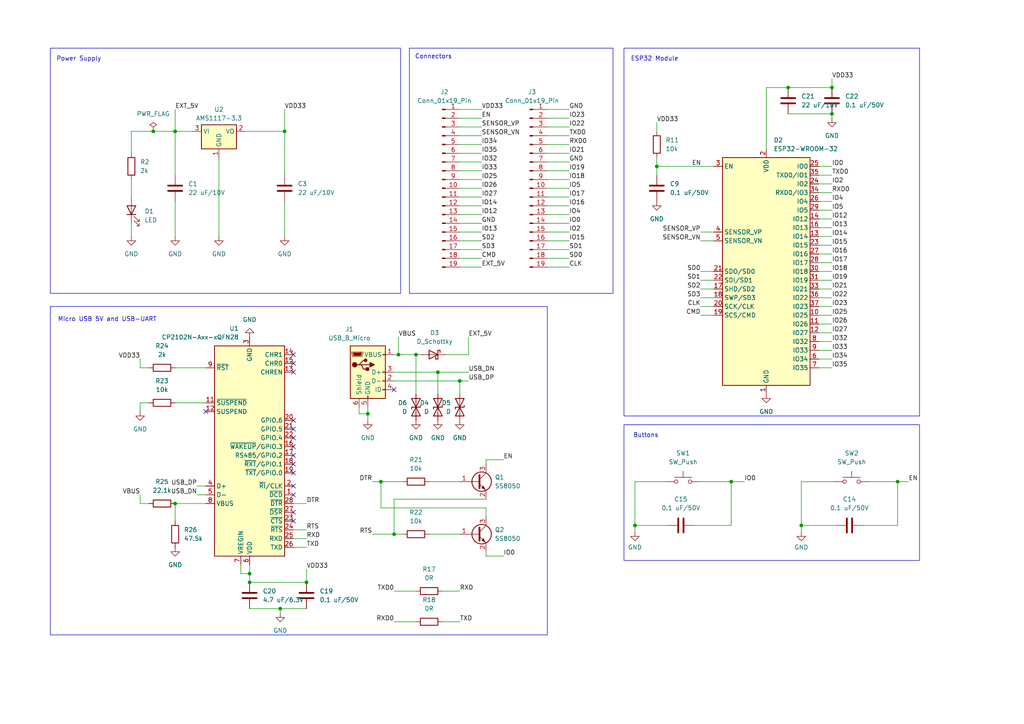
<source format=kicad_sch>
(kicad_sch (version 20250114) (generator "eeschema") (generator_version "9.0")
  (paper "A4")
  (title_block (title "ESP32 Clone") (date "2025-07-10") (rev "${rev_num}") (company "Christopher Boerner") (comment 1 "Copied from Expressif Website") (comment 2 "Completed as apart of KiCad Like a Pro"))
  (lib_symbols
    (symbol "Connector:Conn_01x19_Pin" (pin_names (offset 1.016) (hide yes))
      (property "Reference" "J" (at 0 25.4 0))
      (property "Value" "Conn_01x19_Pin" (at 0 -25.4 0))
      (symbol "Conn_01x19_Pin_1_1"
        (rectangle (start 0.8636 22.987) (end 0 22.733) (stroke (width 0.1524)) (fill (type outline)))
        (rectangle (start 0.8636 20.447) (end 0 20.193) (stroke (width 0.1524)) (fill (type outline)))
        (rectangle (start 0.8636 17.907) (end 0 17.653) (stroke (width 0.1524)) (fill (type outline)))
        (rectangle (start 0.8636 15.367) (end 0 15.113) (stroke (width 0.1524)) (fill (type outline)))
        (rectangle (start 0.8636 12.827) (end 0 12.573) (stroke (width 0.1524)) (fill (type outline)))
        (rectangle (start 0.8636 10.287) (end 0 10.033) (stroke (width 0.1524)) (fill (type outline)))
        (rectangle (start 0.8636 7.747) (end 0 7.493) (stroke (width 0.1524)) (fill (type outline)))
        (rectangle (start 0.8636 5.207) (end 0 4.953) (stroke (width 0.1524)) (fill (type outline)))
        (rectangle (start 0.8636 2.667) (end 0 2.413) (stroke (width 0.1524)) (fill (type outline)))
        (rectangle (start 0.8636 0.127) (end 0 -0.127) (stroke (width 0.1524)) (fill (type outline)))
        (rectangle (start 0.8636 -2.413) (end 0 -2.667) (stroke (width 0.1524)) (fill (type outline)))
        (rectangle (start 0.8636 -4.953) (end 0 -5.207) (stroke (width 0.1524)) (fill (type outline)))
        (rectangle (start 0.8636 -7.493) (end 0 -7.747) (stroke (width 0.1524)) (fill (type outline)))
        (rectangle (start 0.8636 -10.033) (end 0 -10.287) (stroke (width 0.1524)) (fill (type outline)))
        (rectangle (start 0.8636 -12.573) (end 0 -12.827) (stroke (width 0.1524)) (fill (type outline)))
        (rectangle (start 0.8636 -15.113) (end 0 -15.367) (stroke (width 0.1524)) (fill (type outline)))
        (rectangle (start 0.8636 -17.653) (end 0 -17.907) (stroke (width 0.1524)) (fill (type outline)))
        (rectangle (start 0.8636 -20.193) (end 0 -20.447) (stroke (width 0.1524)) (fill (type outline)))
        (rectangle (start 0.8636 -22.733) (end 0 -22.987) (stroke (width 0.1524)) (fill (type outline)))
        (polyline (pts (xy 1.27 22.86) (xy 0.8636 22.86)) (stroke (width 0.1524)))
        (polyline (pts (xy 1.27 20.32) (xy 0.8636 20.32)) (stroke (width 0.1524)))
        (polyline (pts (xy 1.27 17.78) (xy 0.8636 17.78)) (stroke (width 0.1524)))
        (polyline (pts (xy 1.27 15.24) (xy 0.8636 15.24)) (stroke (width 0.1524)))
        (polyline (pts (xy 1.27 12.7) (xy 0.8636 12.7)) (stroke (width 0.1524)))
        (polyline (pts (xy 1.27 10.16) (xy 0.8636 10.16)) (stroke (width 0.1524)))
        (polyline (pts (xy 1.27 7.62) (xy 0.8636 7.62)) (stroke (width 0.1524)))
        (polyline (pts (xy 1.27 5.08) (xy 0.8636 5.08)) (stroke (width 0.1524)))
        (polyline (pts (xy 1.27 2.54) (xy 0.8636 2.54)) (stroke (width 0.1524)))
        (polyline (pts (xy 1.27 0) (xy 0.8636 0)) (stroke (width 0.1524)))
        (polyline (pts (xy 1.27 -2.54) (xy 0.8636 -2.54)) (stroke (width 0.1524)))
        (polyline (pts (xy 1.27 -5.08) (xy 0.8636 -5.08)) (stroke (width 0.1524)))
        (polyline (pts (xy 1.27 -7.62) (xy 0.8636 -7.62)) (stroke (width 0.1524)))
        (polyline (pts (xy 1.27 -10.16) (xy 0.8636 -10.16)) (stroke (width 0.1524)))
        (polyline (pts (xy 1.27 -12.7) (xy 0.8636 -12.7)) (stroke (width 0.1524)))
        (polyline (pts (xy 1.27 -15.24) (xy 0.8636 -15.24)) (stroke (width 0.1524)))
        (polyline (pts (xy 1.27 -17.78) (xy 0.8636 -17.78)) (stroke (width 0.1524)))
        (polyline (pts (xy 1.27 -20.32) (xy 0.8636 -20.32)) (stroke (width 0.1524)))
        (polyline (pts (xy 1.27 -22.86) (xy 0.8636 -22.86)) (stroke (width 0.1524)))
        (pin passive line (at 5.08 22.86 180) (length 3.81) (name "Pin_1") (number "1"))
        (pin passive line (at 5.08 20.32 180) (length 3.81) (name "Pin_2") (number "2"))
        (pin passive line (at 5.08 17.78 180) (length 3.81) (name "Pin_3") (number "3"))
        (pin passive line (at 5.08 15.24 180) (length 3.81) (name "Pin_4") (number "4"))
        (pin passive line (at 5.08 12.7 180) (length 3.81) (name "Pin_5") (number "5"))
        (pin passive line (at 5.08 10.16 180) (length 3.81) (name "Pin_6") (number "6"))
        (pin passive line (at 5.08 7.62 180) (length 3.81) (name "Pin_7") (number "7"))
        (pin passive line (at 5.08 5.08 180) (length 3.81) (name "Pin_8") (number "8"))
        (pin passive line (at 5.08 2.54 180) (length 3.81) (name "Pin_9") (number "9"))
        (pin passive line (at 5.08 0 180) (length 3.81) (name "Pin_10") (number "10"))
        (pin passive line (at 5.08 -2.54 180) (length 3.81) (name "Pin_11") (number "11"))
        (pin passive line (at 5.08 -5.08 180) (length 3.81) (name "Pin_12") (number "12"))
        (pin passive line (at 5.08 -7.62 180) (length 3.81) (name "Pin_13") (number "13"))
        (pin passive line (at 5.08 -10.16 180) (length 3.81) (name "Pin_14") (number "14"))
        (pin passive line (at 5.08 -12.7 180) (length 3.81) (name "Pin_15") (number "15"))
        (pin passive line (at 5.08 -15.24 180) (length 3.81) (name "Pin_16") (number "16"))
        (pin passive line (at 5.08 -17.78 180) (length 3.81) (name "Pin_17") (number "17"))
        (pin passive line (at 5.08 -20.32 180) (length 3.81) (name "Pin_18") (number "18"))
        (pin passive line (at 5.08 -22.86 180) (length 3.81) (name "Pin_19") (number "19"))
      )
    )
    (symbol "Connector:USB_B_Micro" (pin_names (offset 1.016))
      (property "Reference" "J" (at -5.08 11.43 0))
      (property "Value" "USB_B_Micro" (at -5.08 8.89 0))
      (symbol "USB_B_Micro_0_1"
        (rectangle (start -5.08 -7.62) (end 5.08 7.62) (stroke (width 0.254)) (fill (type background)))
        (polyline (pts (xy -4.699 5.842) (xy -4.699 5.588) (xy -4.445 4.826) (xy -4.445 4.572) (xy -1.651 4.572) (xy -1.651 4.826) (xy -1.397 5.588) (xy -1.397 5.842) (xy -4.699 5.842)))
        (polyline (pts (xy -4.318 5.588) (xy -1.778 5.588) (xy -2.032 4.826) (xy -4.064 4.826) (xy -4.318 5.588)) (fill (type outline)))
        (circle (center -3.81 2.159) (radius 0.635) (stroke (width 0.254)) (fill (type outline)))
        (polyline (pts (xy -3.175 2.159) (xy -2.54 2.159) (xy -1.27 3.429) (xy -0.635 3.429)) (stroke (width 0.254)))
        (polyline (pts (xy -2.54 2.159) (xy -1.905 2.159) (xy -1.27 0.889) (xy 0 0.889)) (stroke (width 0.254)))
        (polyline (pts (xy -1.905 2.159) (xy 0.635 2.159)) (stroke (width 0.254)))
        (circle (center -0.635 3.429) (radius 0.381) (stroke (width 0.254)) (fill (type outline)))
        (rectangle (start -0.127 -7.62) (end 0.127 -6.858))
        (rectangle (start 0.254 1.27) (end -0.508 0.508) (stroke (width 0.254)) (fill (type outline)))
        (polyline (pts (xy 0.635 2.794) (xy 0.635 1.524) (xy 1.905 2.159) (xy 0.635 2.794)) (stroke (width 0.254)) (fill (type outline)))
        (rectangle (start 5.08 4.953) (end 4.318 5.207))
        (rectangle (start 5.08 -0.127) (end 4.318 0.127))
        (rectangle (start 5.08 -2.667) (end 4.318 -2.413))
        (rectangle (start 5.08 -5.207) (end 4.318 -4.953))
      )
      (symbol "USB_B_Micro_1_1"
        (pin passive line (at -2.54 -10.16 90) (length 2.54) (name "Shield") (number "6"))
        (pin power_out line (at 0 -10.16 90) (length 2.54) (name "GND") (number "5"))
        (pin power_out line (at 7.62 5.08 180) (length 2.54) (name "VBUS") (number "1"))
        (pin bidirectional line (at 7.62 0 180) (length 2.54) (name "D+") (number "3"))
        (pin bidirectional line (at 7.62 -2.54 180) (length 2.54) (name "D-") (number "2"))
        (pin passive line (at 7.62 -5.08 180) (length 2.54) (name "ID") (number "4"))
      )
    )
    (symbol "Device:C" (pin_numbers (hide yes)) (pin_names (offset 0.254))
      (property "Reference" "C" (at 0.635 2.54 0))
      (property "Value" "C" (at 0.635 -2.54 0))
      (symbol "C_0_1"
        (polyline (pts (xy -2.032 0.762) (xy 2.032 0.762)) (stroke (width 0.508)))
        (polyline (pts (xy -2.032 -0.762) (xy 2.032 -0.762)) (stroke (width 0.508)))
      )
      (symbol "C_1_1"
        (pin passive line (at 0 3.81 270) (length 2.794) (name "~") (number "1"))
        (pin passive line (at 0 -3.81 90) (length 2.794) (name "~") (number "2"))
      )
    )
    (symbol "Device:D_Schottky" (pin_numbers (hide yes)) (pin_names (offset 1.016) (hide yes))
      (property "Reference" "D" (at 0 2.54 0))
      (property "Value" "D_Schottky" (at 0 -2.54 0))
      (symbol "D_Schottky_0_1"
        (polyline (pts (xy -1.905 0.635) (xy -1.905 1.27) (xy -1.27 1.27) (xy -1.27 -1.27) (xy -0.635 -1.27) (xy -0.635 -0.635)) (stroke (width 0.254)))
        (polyline (pts (xy 1.27 1.27) (xy 1.27 -1.27) (xy -1.27 0) (xy 1.27 1.27)) (stroke (width 0.254)))
        (polyline (pts (xy 1.27 0) (xy -1.27 0)))
      )
      (symbol "D_Schottky_1_1"
        (pin passive line (at -3.81 0 0) (length 2.54) (name "K") (number "1"))
        (pin passive line (at 3.81 0 180) (length 2.54) (name "A") (number "2"))
      )
    )
    (symbol "Device:D_TVS" (pin_numbers (hide yes)) (pin_names (offset 1.016) (hide yes))
      (property "Reference" "D" (at 0 2.54 0))
      (property "Value" "D_TVS" (at 0 -2.54 0))
      (symbol "D_TVS_0_1"
        (polyline (pts (xy -2.54 1.27) (xy -2.54 -1.27) (xy 2.54 1.27) (xy 2.54 -1.27) (xy -2.54 1.27)) (stroke (width 0.254)))
        (polyline (pts (xy 0.508 1.27) (xy 0 1.27) (xy 0 -1.27) (xy -0.508 -1.27)) (stroke (width 0.254)))
        (polyline (pts (xy 1.27 0) (xy -1.27 0)))
      )
      (symbol "D_TVS_1_1"
        (pin passive line (at -3.81 0 0) (length 2.54) (name "A1") (number "1"))
        (pin passive line (at 3.81 0 180) (length 2.54) (name "A2") (number "2"))
      )
    )
    (symbol "Device:LED" (pin_numbers (hide yes)) (pin_names (offset 1.016) (hide yes))
      (property "Reference" "D" (at 0 2.54 0))
      (property "Value" "LED" (at 0 -2.54 0))
      (symbol "LED_0_1"
        (polyline (pts (xy -3.048 -0.762) (xy -4.572 -2.286) (xy -3.81 -2.286) (xy -4.572 -2.286) (xy -4.572 -1.524)))
        (polyline (pts (xy -1.778 -0.762) (xy -3.302 -2.286) (xy -2.54 -2.286) (xy -3.302 -2.286) (xy -3.302 -1.524)))
        (polyline (pts (xy -1.27 0) (xy 1.27 0)))
        (polyline (pts (xy -1.27 -1.27) (xy -1.27 1.27)) (stroke (width 0.254)))
        (polyline (pts (xy 1.27 -1.27) (xy 1.27 1.27) (xy -1.27 0) (xy 1.27 -1.27)) (stroke (width 0.254)))
      )
      (symbol "LED_1_1"
        (pin passive line (at -3.81 0 0) (length 2.54) (name "K") (number "1"))
        (pin passive line (at 3.81 0 180) (length 2.54) (name "A") (number "2"))
      )
    )
    (symbol "Device:R" (pin_numbers (hide yes)) (pin_names (offset 0))
      (property "Reference" "R" (at 2.032 0 90))
      (property "Value" "R" (at 0 0 90))
      (symbol "R_0_1"
        (rectangle (start -1.016 -2.54) (end 1.016 2.54) (stroke (width 0.254)))
      )
      (symbol "R_1_1"
        (pin passive line (at 0 3.81 270) (length 1.27) (name "~") (number "1"))
        (pin passive line (at 0 -3.81 90) (length 1.27) (name "~") (number "2"))
      )
    )
    (symbol "Interface_USB:CP2102N-Axx-xQFN28"
      (property "Reference" "U1" (at -3.1181 -35.56 0))
      (property "Value" "CP2102N-Axx-xQFN28" (at -3.1181 -33.02 0))
      (symbol "CP2102N-Axx-xQFN28_0_1"
        (rectangle (start -10.16 30.48) (end 10.16 -30.48) (stroke (width 0.254)) (fill (type background)))
      )
      (symbol "CP2102N-Axx-xQFN28_1_1"
        (pin input line (at -12.7 15.24 0) (length 2.54) (name "VBUS") (number "8"))
        (pin bidirectional line (at -12.7 12.7 0) (length 2.54) (name "D-") (number "5"))
        (pin bidirectional line (at -12.7 10.16 0) (length 2.54) (name "D+") (number "4"))
        (pin output line (at -12.7 -11.43 0) (length 2.54) (name "SUSPEND") (number "12"))
        (pin output line (at -12.7 -13.97 0) (length 2.54) (name "~{SUSPEND}") (number "11"))
        (pin input line (at -12.7 -24.13 0) (length 2.54) (name "~{RST}") (number "9"))
        (pin no_connect line (at -10.16 -27.94 0) (length 2.54) (hide yes) (name "NC") (number "10"))
        (pin power_in line (at -2.54 33.02 270) (length 2.54) (name "VREGIN") (number "7"))
        (pin power_in line (at 0 33.02 270) (length 2.54) (name "VDD") (number "6"))
        (pin passive line (at 0 -33.02 90) (length 2.54) (hide yes) (name "GND") (number "29"))
        (pin power_in line (at 0 -33.02 90) (length 2.54) (name "GND") (number "3"))
        (pin output line (at 12.7 27.94 180) (length 2.54) (name "TXD") (number "26"))
        (pin input line (at 12.7 25.4 180) (length 2.54) (name "RXD") (number "25"))
        (pin output line (at 12.7 22.86 180) (length 2.54) (name "~{RTS}") (number "24"))
        (pin input line (at 12.7 20.32 180) (length 2.54) (name "~{CTS}") (number "23"))
        (pin input line (at 12.7 17.78 180) (length 2.54) (name "~{DSR}") (number "27"))
        (pin output line (at 12.7 15.24 180) (length 2.54) (name "~{DTR}") (number "28"))
        (pin input line (at 12.7 12.7 180) (length 2.54) (name "~{DCD}") (number "1"))
        (pin bidirectional line (at 12.7 10.16 180) (length 2.54) (name "~{RI}/CLK") (number "2"))
        (pin bidirectional line (at 12.7 6.35 180) (length 2.54) (name "~{TXT}/GPIO.0") (number "19"))
        (pin bidirectional line (at 12.7 3.81 180) (length 2.54) (name "~{RXT}/GPIO.1") (number "18"))
        (pin bidirectional line (at 12.7 1.27 180) (length 2.54) (name "RS485/GPIO.2") (number "17"))
        (pin bidirectional line (at 12.7 -1.27 180) (length 2.54) (name "~{WAKEUP}/GPIO.3") (number "16"))
        (pin bidirectional line (at 12.7 -3.81 180) (length 2.54) (name "GPIO.4") (number "22"))
        (pin bidirectional line (at 12.7 -6.35 180) (length 2.54) (name "GPIO.5") (number "21"))
        (pin bidirectional line (at 12.7 -8.89 180) (length 2.54) (name "GPIO.6") (number "20"))
        (pin output line (at 12.7 -22.86 180) (length 2.54) (name "CHREN") (number "13"))
        (pin output line (at 12.7 -25.4 180) (length 2.54) (name "CHR0") (number "15"))
        (pin output line (at 12.7 -27.94 180) (length 2.54) (name "CHR1") (number "14"))
      )
    )
    (symbol "RF_Module:ESP32-WROOM-32"
      (property "Reference" "D2" (at 2.1433 38.1 0))
      (property "Value" "ESP32-WROOM-32" (at 2.1433 35.56 0))
      (symbol "ESP32-WROOM-32_0_1"
        (rectangle (start -12.7 33.02) (end 12.7 -33.02) (stroke (width 0.254)) (fill (type background)))
      )
      (symbol "ESP32-WROOM-32_1_1"
        (pin input line (at -15.24 30.48 0) (length 2.54) (name "EN") (number "3"))
        (pin input line (at -15.24 11.43 0) (length 2.54) (name "SENSOR_VP") (number "4"))
        (pin input line (at -15.24 8.89 0) (length 2.54) (name "SENSOR_VN") (number "5"))
        (pin bidirectional line (at -15.24 0 0) (length 2.54) (name "SDO/SD0") (number "21"))
        (pin bidirectional line (at -15.24 -2.54 0) (length 2.54) (name "SDI/SD1") (number "22"))
        (pin bidirectional line (at -15.24 -5.08 0) (length 2.54) (name "SHD/SD2") (number "17"))
        (pin bidirectional line (at -15.24 -7.62 0) (length 2.54) (name "SWP/SD3") (number "18"))
        (pin bidirectional line (at -15.24 -10.16 0) (length 2.54) (name "SCK/CLK") (number "20"))
        (pin bidirectional line (at -15.24 -12.7 0) (length 2.54) (name "SCS/CMD") (number "19"))
        (pin no_connect line (at -12.7 -27.94 0) (length 2.54) (hide yes) (name "NC") (number "32"))
        (pin power_in line (at 0 35.56 270) (length 2.54) (name "VDD") (number "2"))
        (pin power_in line (at 0 -35.56 90) (length 2.54) (name "GND") (number "1"))
        (pin passive line (at 0 -35.56 90) (length 2.54) (hide yes) (name "GND") (number "15"))
        (pin passive line (at 0 -35.56 90) (length 2.54) (hide yes) (name "GND") (number "38"))
        (pin passive line (at 0 -35.56 90) (length 2.54) (hide yes) (name "GND") (number "39"))
        (pin bidirectional line (at 15.24 30.48 180) (length 2.54) (name "IO0") (number "25"))
        (pin bidirectional line (at 15.24 27.94 180) (length 2.54) (name "TXD0/IO1") (number "35"))
        (pin bidirectional line (at 15.24 25.4 180) (length 2.54) (name "IO2") (number "24"))
        (pin bidirectional line (at 15.24 22.86 180) (length 2.54) (name "RXD0/IO3") (number "34"))
        (pin bidirectional line (at 15.24 20.32 180) (length 2.54) (name "IO4") (number "26"))
        (pin bidirectional line (at 15.24 17.78 180) (length 2.54) (name "IO5") (number "29"))
        (pin bidirectional line (at 15.24 15.24 180) (length 2.54) (name "IO12") (number "14"))
        (pin bidirectional line (at 15.24 12.7 180) (length 2.54) (name "IO13") (number "16"))
        (pin bidirectional line (at 15.24 10.16 180) (length 2.54) (name "IO14") (number "13"))
        (pin bidirectional line (at 15.24 7.62 180) (length 2.54) (name "IO15") (number "23"))
        (pin bidirectional line (at 15.24 5.08 180) (length 2.54) (name "IO16") (number "27"))
        (pin bidirectional line (at 15.24 2.54 180) (length 2.54) (name "IO17") (number "28"))
        (pin bidirectional line (at 15.24 0 180) (length 2.54) (name "IO18") (number "30"))
        (pin bidirectional line (at 15.24 -2.54 180) (length 2.54) (name "IO19") (number "31"))
        (pin bidirectional line (at 15.24 -5.08 180) (length 2.54) (name "IO21") (number "33"))
        (pin bidirectional line (at 15.24 -7.62 180) (length 2.54) (name "IO22") (number "36"))
        (pin bidirectional line (at 15.24 -10.16 180) (length 2.54) (name "IO23") (number "37"))
        (pin bidirectional line (at 15.24 -12.7 180) (length 2.54) (name "IO25") (number "10"))
        (pin bidirectional line (at 15.24 -15.24 180) (length 2.54) (name "IO26") (number "11"))
        (pin bidirectional line (at 15.24 -17.78 180) (length 2.54) (name "IO27") (number "12"))
        (pin bidirectional line (at 15.24 -20.32 180) (length 2.54) (name "IO32") (number "8"))
        (pin bidirectional line (at 15.24 -22.86 180) (length 2.54) (name "IO33") (number "9"))
        (pin input line (at 15.24 -25.4 180) (length 2.54) (name "IO34") (number "6"))
        (pin input line (at 15.24 -27.94 180) (length 2.54) (name "IO35") (number "7"))
      )
    )
    (symbol "Regulator_Linear:AMS1117-3.3"
      (property "Reference" "U" (at -3.81 3.175 0))
      (property "Value" "AMS1117-3.3" (at 0 3.175 0))
      (symbol "AMS1117-3.3_0_1"
        (rectangle (start -5.08 -5.08) (end 5.08 1.905) (stroke (width 0.254)) (fill (type background)))
      )
      (symbol "AMS1117-3.3_1_1"
        (pin power_in line (at -7.62 0 0) (length 2.54) (name "VI") (number "3"))
        (pin power_in line (at 0 -7.62 90) (length 2.54) (name "GND") (number "1"))
        (pin power_out line (at 7.62 0 180) (length 2.54) (name "VO") (number "2"))
      )
    )
    (symbol "Switch:SW_Push" (pin_numbers (hide yes)) (pin_names (offset 1.016) (hide yes))
      (property "Reference" "SW" (at 1.27 2.54 0))
      (property "Value" "SW_Push" (at 0 -1.524 0))
      (symbol "SW_Push_0_1"
        (circle (center -2.032 0) (radius 0.508))
        (polyline (pts (xy 0 1.27) (xy 0 3.048)))
        (circle (center 2.032 0) (radius 0.508))
        (polyline (pts (xy 2.54 1.27) (xy -2.54 1.27)))
        (pin passive line (at -5.08 0 0) (length 2.54) (name "1") (number "1"))
        (pin passive line (at 5.08 0 180) (length 2.54) (name "2") (number "2"))
      )
    )
    (symbol "Transistor_BJT:SS8050" (pin_names (offset 0) (hide yes))
      (property "Reference" "Q" (at 5.08 1.905 0))
      (property "Value" "SS8050" (at 5.08 0 0))
      (symbol "SS8050_0_1"
        (polyline (pts (xy -2.54 0) (xy 0.635 0)))
        (polyline (pts (xy 0.635 1.905) (xy 0.635 -1.905)) (stroke (width 0.508)))
        (circle (center 1.27 0) (radius 2.8194) (stroke (width 0.254)))
      )
      (symbol "SS8050_1_1"
        (polyline (pts (xy 0.635 0.635) (xy 2.54 2.54)))
        (polyline (pts (xy 0.635 -0.635) (xy 2.54 -2.54)))
        (polyline (pts (xy 1.27 -1.778) (xy 1.778 -1.27) (xy 2.286 -2.286) (xy 1.27 -1.778)) (fill (type outline)))
        (pin input line (at -5.08 0 0) (length 2.54) (name "B") (number "1"))
        (pin passive line (at 2.54 5.08 270) (length 2.54) (name "C") (number "3"))
        (pin passive line (at 2.54 -5.08 90) (length 2.54) (name "E") (number "2"))
      )
    )
    (symbol "power:GND" (power) (pin_numbers (hide yes)) (pin_names (offset 0) (hide yes))
      (property "Value" "GND" (at 0 -3.81 0))
      (symbol "GND_0_1"
        (polyline (pts (xy 0 0) (xy 0 -1.27) (xy 1.27 -1.27) (xy 0 -2.54) (xy -1.27 -1.27) (xy 0 -1.27)))
      )
      (symbol "GND_1_1"
        (pin power_in line (at 0 0 270) (length 0) (name "~") (number "1"))
      )
    )
    (symbol "power:PWR_FLAG" (power) (pin_numbers (hide yes)) (pin_names (offset 0) (hide yes))
      (property "Value" "PWR_FLAG" (at 0 3.81 0))
      (symbol "PWR_FLAG_0_0"
        (pin power_out line (at 0 0 90) (length 0) (name "~") (number "1"))
      )
      (symbol "PWR_FLAG_0_1"
        (polyline (pts (xy 0 0) (xy 0 1.27) (xy -1.016 1.905) (xy 0 2.54) (xy 1.016 1.905) (xy 0 1.27)))
      )
    )
  )
  (rectangle (start 14.605 13.97) (end 116.205 85.09))
  (rectangle (start 180.975 123.19) (end 266.7 162.56))
  (rectangle (start 118.745 13.97) (end 177.8 85.09))
  (rectangle (start 14.605 88.9) (end 158.75 184.15))
  (rectangle (start 180.975 13.97) (end 266.7 120.65))
  (text "Power Supply" (at 22.86 17.145 0) (effects (font (size 1.27 1.27))))
  (text "Connectors" (at 125.73 16.51 0) (effects (font (size 1.27 1.27))))
  (text "Micro USB 5V and USB-UART" (at 31.115 92.71 0) (effects (font (size 1.27 1.27))))
  (text "Buttons" (at 187.325 126.365 0) (effects (font (size 1.27 1.27))))
  (text "ESP32 Module" (at 189.865 17.145 0) (effects (font (size 1.27 1.27))))
  (junction (at 110.49 139.7))
  (junction (at 114.3 154.94))
  (junction (at 44.45 38.1))
  (junction (at 127 107.95))
  (junction (at 50.8 146.05))
  (junction (at 88.9 168.91))
  (junction (at 228.6 25.4))
  (junction (at 260.35 139.7))
  (junction (at 115.57 102.87))
  (junction (at 81.28 176.53))
  (junction (at 50.8 38.1))
  (junction (at 72.39 168.91))
  (junction (at 106.68 120.015))
  (junction (at 212.09 139.7))
  (junction (at 184.15 152.4))
  (junction (at 120.65 102.87))
  (junction (at 82.55 38.1))
  (junction (at 232.41 152.4))
  (junction (at 72.39 166.37))
  (junction (at 241.3 33.02))
  (junction (at 241.3 25.4))
  (junction (at 133.35 110.49))
  (junction (at 190.5 48.26))
  (no_connect (at 85.09 105.41))
  (no_connect (at 85.09 129.54))
  (no_connect (at 85.09 127))
  (no_connect (at 114.3 113.03))
  (no_connect (at 85.09 102.87))
  (no_connect (at 85.09 124.46))
  (no_connect (at 85.09 107.95))
  (no_connect (at 85.09 121.92))
  (no_connect (at 85.09 151.13))
  (no_connect (at 85.09 140.97))
  (no_connect (at 59.69 119.38))
  (no_connect (at 85.09 143.51))
  (no_connect (at 85.09 148.59))
  (no_connect (at 85.09 132.08))
  (no_connect (at 85.09 134.62))
  (no_connect (at 85.09 137.16))
  (wire (pts (xy 203.2 81.28) (xy 207.01 81.28)))
  (wire (pts (xy 133.35 110.49) (xy 135.89 110.49)))
  (wire (pts (xy 63.5 45.72) (xy 63.5 68.58)))
  (wire (pts (xy 237.49 50.8) (xy 241.3 50.8)))
  (wire (pts (xy 193.675 152.4) (xy 184.15 152.4)))
  (wire (pts (xy 158.75 62.23) (xy 165.1 62.23)))
  (wire (pts (xy 241.3 33.02) (xy 241.3 34.29)))
  (wire (pts (xy 50.8 38.1) (xy 55.88 38.1)))
  (wire (pts (xy 57.15 143.51) (xy 59.69 143.51)))
  (wire (pts (xy 237.49 106.68) (xy 241.3 106.68)))
  (wire (pts (xy 237.49 58.42) (xy 241.3 58.42)))
  (wire (pts (xy 38.1 52.07) (xy 38.1 57.15)))
  (wire (pts (xy 190.5 48.26) (xy 207.01 48.26)))
  (wire (pts (xy 72.39 176.53) (xy 81.28 176.53)))
  (wire (pts (xy 140.97 147.32) (xy 110.49 147.32)))
  (wire (pts (xy 158.75 64.77) (xy 165.1 64.77)))
  (wire (pts (xy 133.35 77.47) (xy 139.7 77.47)))
  (wire (pts (xy 133.35 46.99) (xy 139.7 46.99)))
  (wire (pts (xy 241.3 22.86) (xy 241.3 25.4)))
  (wire (pts (xy 43.18 116.84) (xy 40.64 116.84)))
  (wire (pts (xy 158.75 34.29) (xy 165.1 34.29)))
  (wire (pts (xy 237.49 88.9) (xy 241.3 88.9)))
  (wire (pts (xy 237.49 78.74) (xy 241.3 78.74)))
  (wire (pts (xy 190.5 48.26) (xy 190.5 50.8)))
  (wire (pts (xy 237.49 81.28) (xy 241.3 81.28)))
  (wire (pts (xy 242.57 152.4) (xy 232.41 152.4)))
  (wire (pts (xy 228.6 33.02) (xy 241.3 33.02)))
  (wire (pts (xy 260.35 139.7) (xy 260.35 152.4)))
  (wire (pts (xy 237.49 99.06) (xy 241.3 99.06)))
  (wire (pts (xy 120.65 102.87) (xy 121.92 102.87)))
  (wire (pts (xy 44.45 38.1) (xy 50.8 38.1)))
  (wire (pts (xy 40.64 104.14) (xy 40.64 106.68)))
  (wire (pts (xy 158.75 41.91) (xy 165.1 41.91)))
  (wire (pts (xy 81.28 176.53) (xy 88.9 176.53)))
  (wire (pts (xy 133.35 57.15) (xy 139.7 57.15)))
  (wire (pts (xy 140.97 161.29) (xy 146.05 161.29)))
  (wire (pts (xy 50.8 31.75) (xy 50.8 38.1)))
  (wire (pts (xy 114.3 154.94) (xy 116.84 154.94)))
  (wire (pts (xy 133.35 72.39) (xy 139.7 72.39)))
  (wire (pts (xy 69.85 163.83) (xy 69.85 166.37)))
  (wire (pts (xy 203.2 78.74) (xy 207.01 78.74)))
  (wire (pts (xy 203.2 83.82) (xy 207.01 83.82)))
  (wire (pts (xy 232.41 139.7) (xy 232.41 152.4)))
  (wire (pts (xy 184.15 152.4) (xy 184.15 154.305)))
  (wire (pts (xy 158.75 59.69) (xy 165.1 59.69)))
  (wire (pts (xy 85.09 156.21) (xy 88.9 156.21)))
  (wire (pts (xy 114.3 102.87) (xy 115.57 102.87)))
  (wire (pts (xy 158.75 54.61) (xy 165.1 54.61)))
  (wire (pts (xy 133.35 64.77) (xy 139.7 64.77)))
  (wire (pts (xy 133.35 49.53) (xy 139.7 49.53)))
  (wire (pts (xy 203.2 139.7) (xy 212.09 139.7)))
  (wire (pts (xy 135.89 97.79) (xy 135.89 102.87)))
  (wire (pts (xy 237.49 55.88) (xy 241.3 55.88)))
  (wire (pts (xy 114.3 144.78) (xy 114.3 154.94)))
  (wire (pts (xy 203.2 67.31) (xy 207.01 67.31)))
  (wire (pts (xy 237.49 63.5) (xy 241.3 63.5)))
  (wire (pts (xy 237.49 71.12) (xy 241.3 71.12)))
  (wire (pts (xy 82.55 58.42) (xy 82.55 68.58)))
  (wire (pts (xy 71.12 38.1) (xy 82.55 38.1)))
  (wire (pts (xy 250.19 152.4) (xy 260.35 152.4)))
  (wire (pts (xy 106.68 120.015) (xy 106.68 121.92)))
  (wire (pts (xy 38.1 38.1) (xy 44.45 38.1)))
  (wire (pts (xy 237.49 66.04) (xy 241.3 66.04)))
  (wire (pts (xy 140.97 133.35) (xy 146.05 133.35)))
  (wire (pts (xy 237.49 53.34) (xy 241.3 53.34)))
  (wire (pts (xy 158.75 77.47) (xy 165.1 77.47)))
  (wire (pts (xy 237.49 96.52) (xy 241.3 96.52)))
  (wire (pts (xy 140.97 134.62) (xy 140.97 133.35)))
  (wire (pts (xy 40.64 143.51) (xy 40.64 146.05)))
  (wire (pts (xy 124.46 154.94) (xy 133.35 154.94)))
  (wire (pts (xy 133.35 31.75) (xy 139.7 31.75)))
  (wire (pts (xy 133.35 62.23) (xy 139.7 62.23)))
  (wire (pts (xy 115.57 97.79) (xy 115.57 102.87)))
  (wire (pts (xy 140.97 147.32) (xy 140.97 149.86)))
  (wire (pts (xy 184.15 139.7) (xy 184.15 152.4)))
  (wire (pts (xy 158.75 44.45) (xy 165.1 44.45)))
  (wire (pts (xy 115.57 102.87) (xy 120.65 102.87)))
  (wire (pts (xy 50.8 58.42) (xy 50.8 68.58)))
  (wire (pts (xy 107.95 154.94) (xy 114.3 154.94)))
  (wire (pts (xy 81.28 176.53) (xy 81.28 177.8)))
  (wire (pts (xy 158.75 57.15) (xy 165.1 57.15)))
  (wire (pts (xy 133.35 54.61) (xy 139.7 54.61)))
  (wire (pts (xy 212.09 139.7) (xy 212.09 152.4)))
  (wire (pts (xy 133.35 39.37) (xy 139.7 39.37)))
  (wire (pts (xy 124.46 139.7) (xy 133.35 139.7)))
  (wire (pts (xy 212.09 139.7) (xy 215.9 139.7)))
  (wire (pts (xy 40.64 116.84) (xy 40.64 119.38)))
  (wire (pts (xy 85.09 153.67) (xy 88.9 153.67)))
  (wire (pts (xy 128.27 180.34) (xy 133.35 180.34)))
  (wire (pts (xy 133.35 110.49) (xy 133.35 114.3)))
  (wire (pts (xy 201.295 152.4) (xy 212.09 152.4)))
  (wire (pts (xy 237.49 73.66) (xy 241.3 73.66)))
  (wire (pts (xy 133.35 74.93) (xy 139.7 74.93)))
  (wire (pts (xy 85.09 158.75) (xy 88.9 158.75)))
  (wire (pts (xy 110.49 147.32) (xy 110.49 139.7)))
  (wire (pts (xy 133.35 59.69) (xy 139.7 59.69)))
  (wire (pts (xy 158.75 46.99) (xy 165.1 46.99)))
  (wire (pts (xy 190.5 35.56) (xy 190.5 38.1)))
  (wire (pts (xy 50.8 38.1) (xy 50.8 50.8)))
  (wire (pts (xy 158.75 31.75) (xy 165.1 31.75)))
  (wire (pts (xy 203.2 69.85) (xy 207.01 69.85)))
  (wire (pts (xy 106.68 118.11) (xy 106.68 120.015)))
  (wire (pts (xy 140.97 144.78) (xy 114.3 144.78)))
  (wire (pts (xy 57.15 140.97) (xy 59.69 140.97)))
  (wire (pts (xy 237.49 83.82) (xy 241.3 83.82)))
  (wire (pts (xy 133.35 69.85) (xy 139.7 69.85)))
  (wire (pts (xy 203.2 86.36) (xy 207.01 86.36)))
  (wire (pts (xy 222.25 25.4) (xy 228.6 25.4)))
  (wire (pts (xy 50.8 146.05) (xy 50.8 151.13)))
  (wire (pts (xy 232.41 139.7) (xy 241.935 139.7)))
  (wire (pts (xy 237.49 60.96) (xy 241.3 60.96)))
  (wire (pts (xy 133.35 44.45) (xy 139.7 44.45)))
  (wire (pts (xy 38.1 44.45) (xy 38.1 38.1)))
  (wire (pts (xy 114.3 180.34) (xy 120.65 180.34)))
  (wire (pts (xy 43.18 106.68) (xy 40.64 106.68)))
  (wire (pts (xy 110.49 139.7) (xy 116.84 139.7)))
  (wire (pts (xy 158.75 74.93) (xy 165.1 74.93)))
  (wire (pts (xy 133.35 67.31) (xy 139.7 67.31)))
  (wire (pts (xy 129.54 102.87) (xy 135.89 102.87)))
  (wire (pts (xy 127 107.95) (xy 135.89 107.95)))
  (wire (pts (xy 158.75 36.83) (xy 165.1 36.83)))
  (wire (pts (xy 69.85 166.37) (xy 72.39 166.37)))
  (wire (pts (xy 237.49 91.44) (xy 241.3 91.44)))
  (wire (pts (xy 158.75 67.31) (xy 165.1 67.31)))
  (wire (pts (xy 237.49 101.6) (xy 241.3 101.6)))
  (wire (pts (xy 85.09 146.05) (xy 88.9 146.05)))
  (wire (pts (xy 252.095 139.7) (xy 260.35 139.7)))
  (wire (pts (xy 120.65 102.87) (xy 120.65 114.3)))
  (wire (pts (xy 127 107.95) (xy 127 114.3)))
  (wire (pts (xy 72.39 166.37) (xy 72.39 168.91)))
  (wire (pts (xy 222.25 43.18) (xy 222.25 25.4)))
  (wire (pts (xy 128.27 171.45) (xy 133.35 171.45)))
  (wire (pts (xy 237.49 104.14) (xy 241.3 104.14)))
  (wire (pts (xy 72.39 168.91) (xy 88.9 168.91)))
  (wire (pts (xy 237.49 86.36) (xy 241.3 86.36)))
  (wire (pts (xy 114.3 107.95) (xy 127 107.95)))
  (wire (pts (xy 260.35 139.7) (xy 263.525 139.7)))
  (wire (pts (xy 228.6 25.4) (xy 241.3 25.4)))
  (wire (pts (xy 50.8 116.84) (xy 59.69 116.84)))
  (wire (pts (xy 133.35 36.83) (xy 139.7 36.83)))
  (wire (pts (xy 50.8 106.68) (xy 59.69 106.68)))
  (wire (pts (xy 190.5 45.72) (xy 190.5 48.26)))
  (wire (pts (xy 50.8 146.05) (xy 59.69 146.05)))
  (wire (pts (xy 114.3 171.45) (xy 120.65 171.45)))
  (wire (pts (xy 203.2 91.44) (xy 207.01 91.44)))
  (wire (pts (xy 133.35 34.29) (xy 139.7 34.29)))
  (wire (pts (xy 38.1 64.77) (xy 38.1 68.58)))
  (wire (pts (xy 237.49 93.98) (xy 241.3 93.98)))
  (wire (pts (xy 184.15 139.7) (xy 193.04 139.7)))
  (wire (pts (xy 158.75 52.07) (xy 165.1 52.07)))
  (wire (pts (xy 82.55 31.75) (xy 82.55 38.1)))
  (wire (pts (xy 107.95 139.7) (xy 110.49 139.7)))
  (wire (pts (xy 114.3 110.49) (xy 133.35 110.49)))
  (wire (pts (xy 237.49 48.26) (xy 241.3 48.26)))
  (wire (pts (xy 158.75 69.85) (xy 165.1 69.85)))
  (wire (pts (xy 88.9 165.1) (xy 88.9 168.91)))
  (wire (pts (xy 203.2 88.9) (xy 207.01 88.9)))
  (wire (pts (xy 43.18 146.05) (xy 40.64 146.05)))
  (wire (pts (xy 232.41 152.4) (xy 232.41 154.305)))
  (wire (pts (xy 72.39 163.83) (xy 72.39 166.37)))
  (wire (pts (xy 158.75 39.37) (xy 165.1 39.37)))
  (wire (pts (xy 158.75 49.53) (xy 165.1 49.53)))
  (wire (pts (xy 104.14 118.11) (xy 104.14 120.015)))
  (wire (pts (xy 158.75 72.39) (xy 165.1 72.39)))
  (wire (pts (xy 237.49 68.58) (xy 241.3 68.58)))
  (wire (pts (xy 104.14 120.015) (xy 106.68 120.015)))
  (wire (pts (xy 82.55 38.1) (xy 82.55 50.8)))
  (wire (pts (xy 133.35 52.07) (xy 139.7 52.07)))
  (wire (pts (xy 133.35 41.91) (xy 139.7 41.91)))
  (wire (pts (xy 140.97 160.02) (xy 140.97 161.29)))
  (wire (pts (xy 237.49 76.2) (xy 241.3 76.2)))
  (label "IO34" (at 241.3 104.14 0))
  (label "TXD" (at 88.9 158.75 0))
  (label "VBUS" (at 115.57 97.79 0))
  (label "SD2" (at 203.2 83.82 180))
  (label "DTR" (at 88.9 146.05 0))
  (label "IO0" (at 146.05 161.29 0))
  (label "IO26" (at 139.7 54.61 0))
  (label "IO19" (at 241.3 81.28 0))
  (label "RXD0" (at 114.3 180.34 180))
  (label "SENSOR_VP" (at 203.2 67.31 180))
  (label "EN" (at 146.05 133.35 0))
  (label "EN" (at 200.66 48.26 0))
  (label "IO14" (at 241.3 68.58 0))
  (label "GND" (at 165.1 31.75 0))
  (label "IO17" (at 241.3 76.2 0))
  (label "IO15" (at 165.1 69.85 0))
  (label "EXT_5V" (at 139.7 77.47 0))
  (label "IO23" (at 241.3 88.9 0))
  (label "CMD" (at 139.7 74.93 0))
  (label "TXD0" (at 114.3 171.45 180))
  (label "SENSOR_VN" (at 203.2 69.85 180))
  (label "VDD33" (at 40.64 104.14 180))
  (label "EXT_5V" (at 135.89 97.79 0))
  (label "TXD0" (at 241.3 50.8 0))
  (label "USB_DN" (at 57.15 143.51 180))
  (label "IO22" (at 241.3 86.36 0))
  (label "IO0" (at 165.1 64.77 0))
  (label "IO25" (at 139.7 52.07 0))
  (label "VDD33" (at 190.5 35.56 0))
  (label "IO35" (at 241.3 106.68 0))
  (label "SD3" (at 203.2 86.36 180))
  (label "SD2" (at 139.7 69.85 0))
  (label "IO0" (at 241.3 48.26 0))
  (label "GND" (at 139.7 64.77 0))
  (label "EN" (at 263.525 139.7 0))
  (label "IO0" (at 215.9 139.7 0))
  (label "DTR" (at 107.95 139.7 180))
  (label "USB_DP" (at 57.15 140.97 180))
  (label "IO14" (at 139.7 59.69 0))
  (label "IO32" (at 139.7 46.99 0))
  (label "SD1" (at 203.2 81.28 180))
  (label "RXD0" (at 241.3 55.88 0))
  (label "CLK" (at 203.2 88.9 180))
  (label "IO21" (at 241.3 83.82 0))
  (label "RTS" (at 107.95 154.94 180))
  (label "IO17" (at 165.1 57.15 0))
  (label "VDD33" (at 139.7 31.75 0))
  (label "IO13" (at 241.3 66.04 0))
  (label "IO32" (at 241.3 99.06 0))
  (label "SENSOR_VN" (at 139.7 39.37 0))
  (label "CLK" (at 165.1 77.47 0))
  (label "GND" (at 165.1 46.99 0))
  (label "VDD33" (at 88.9 165.1 0))
  (label "SD3" (at 139.7 72.39 0))
  (label "RXD0" (at 165.1 41.91 0))
  (label "EN" (at 139.7 34.29 0))
  (label "IO33" (at 241.3 101.6 0))
  (label "VBUS" (at 40.64 143.51 180))
  (label "IO21" (at 165.1 44.45 0))
  (label "IO4" (at 241.3 58.42 0))
  (label "IO13" (at 139.7 67.31 0))
  (label "IO35" (at 139.7 44.45 0))
  (label "IO16" (at 241.3 73.66 0))
  (label "USB_DP" (at 135.89 110.49 0))
  (label "IO2" (at 165.1 67.31 0))
  (label "IO5" (at 165.1 54.61 0))
  (label "SD0" (at 203.2 78.74 180))
  (label "IO2" (at 241.3 53.34 0))
  (label "RXD" (at 88.9 156.21 0))
  (label "SENSOR_VP" (at 139.7 36.83 0))
  (label "IO23" (at 165.1 34.29 0))
  (label "IO15" (at 241.3 71.12 0))
  (label "IO4" (at 165.1 62.23 0))
  (label "SD0" (at 165.1 74.93 0))
  (label "IO27" (at 241.3 96.52 0))
  (label "IO18" (at 165.1 52.07 0))
  (label "IO18" (at 241.3 78.74 0))
  (label "TXD0" (at 165.1 39.37 0))
  (label "IO16" (at 165.1 59.69 0))
  (label "RXD" (at 133.35 171.45 0))
  (label "IO12" (at 241.3 63.5 0))
  (label "IO26" (at 241.3 93.98 0))
  (label "IO34" (at 139.7 41.91 0))
  (label "IO25" (at 241.3 91.44 0))
  (label "VDD33" (at 241.3 22.86 0))
  (label "CMD" (at 203.2 91.44 180))
  (label "EXT_5V" (at 50.8 31.75 0))
  (label "RTS" (at 88.9 153.67 0))
  (label "TXD" (at 133.35 180.34 0))
  (label "IO5" (at 241.3 60.96 0))
  (label "IO33" (at 139.7 49.53 0))
  (label "IO27" (at 139.7 57.15 0))
  (label "SD1" (at 165.1 72.39 0))
  (label "VDD33" (at 82.55 31.75 0))
  (label "IO19" (at 165.1 49.53 0))
  (label "IO22" (at 165.1 36.83 0))
  (label "IO12" (at 139.7 62.23 0))
  (label "USB_DN" (at 135.89 107.95 0))
  (symbol (lib_id "RF_Module:ESP32-WROOM-32") (at 222.25 78.74 0) (unit 1)
    (property "Reference" "D2" (at 224.3933 40.64 0) (effects (justify left)))
    (property "Value" "ESP32-WROOM-32" (at 224.3933 43.18 0) (effects (justify left)))
    (property "Footprint" "RF_Module:ESP32-WROOM-32" (effects (hide yes)))
    (property "Datasheet" "https://www.espressif.com/sites/default/files/documentation/esp32-wroom-32_datasheet_en.pdf" (effects (hide yes)))
    (property "Description" "RF Module, ESP32-D0WDQ6 SoC, Wi-Fi 802.11b/g/n, Bluetooth, BLE, 32-bit, 2.7-3.6V, onboard antenna, SMD" (effects (hide yes)))
  )
  (symbol (lib_id "Device:C") (at 246.38 152.4 90) (unit 1)
    (property "Reference" "C14" (at 246.38 144.78 90))
    (property "Value" "0.1 uF/50V" (at 246.38 147.32 90))
    (property "Footprint" "Capacitor_SMD:C_0402_1005Metric" (effects (hide yes)))
    (property "Description" "Unpolarized capacitor" (effects (hide yes)))
  )
  (symbol (lib_id "Device:R") (at 120.65 154.94 90) (unit 1)
    (property "Reference" "R22" (at 120.65 148.59 90))
    (property "Value" "10k" (at 120.65 151.13 90))
    (property "Footprint" "Resistor_SMD:R_0402_1005Metric" (effects (hide yes)))
    (property "Description" "Resistor" (effects (hide yes)))
  )
  (symbol (lib_id "Switch:SW_Push") (at 198.12 139.7 0) (unit 1)
    (property "Reference" "SW1" (at 198.12 131.445 0))
    (property "Value" "SW_Push" (at 198.12 133.985 0))
    (property "Footprint" "Button_Switch_SMD:SW_SPST_B3U-1100P" (effects (hide yes)))
    (property "Description" "Push button switch, generic, two pins" (effects (hide yes)))
  )
  (symbol (lib_id "Transistor_BJT:SS8050") (at 138.43 154.94 0) (unit 1)
    (property "Reference" "Q2" (at 143.51 153.6699 0) (effects (justify left)))
    (property "Value" "SS8050" (at 143.51 156.2099 0) (effects (justify left)))
    (property "Footprint" "Package_TO_SOT_SMD:SOT-23" (effects (hide yes)))
    (property "Datasheet" "http://www.secosgmbh.com/datasheet/products/SSMPTransistor/SOT-23/SS8050.pdf" (effects (hide yes)))
    (property "Description" "General Purpose NPN Transistor, 1.5A Ic, 25V Vce, SOT-23" (effects (hide yes)))
  )
  (symbol (lib_id "power:GND") (at 127 121.92 0) (unit 1)
    (property "Reference" "#PWR011" (effects (hide yes)))
    (property "Value" "GND" (at 127 127 0))
    (property "Description" "Power symbol creates a global label with name \"GND\" , ground" (effects (hide yes)))
  )
  (symbol (lib_id "power:GND") (at 40.64 119.38 0) (unit 1)
    (property "Reference" "#PWR06" (effects (hide yes)))
    (property "Value" "GND" (at 40.64 124.46 0))
    (property "Description" "Power symbol creates a global label with name \"GND\" , ground" (effects (hide yes)))
  )
  (symbol (lib_id "power:GND") (at 50.8 68.58 0) (unit 1)
    (property "Reference" "#PWR02" (effects (hide yes)))
    (property "Value" "GND" (at 50.8 73.66 0))
    (property "Description" "Power symbol creates a global label with name \"GND\" , ground" (effects (hide yes)))
  )
  (symbol (lib_id "Switch:SW_Push") (at 247.015 139.7 0) (unit 1)
    (property "Reference" "SW2" (at 247.015 131.445 0))
    (property "Value" "SW_Push" (at 247.015 133.985 0))
    (property "Footprint" "Button_Switch_SMD:SW_SPST_B3U-1100P" (effects (hide yes)))
    (property "Description" "Push button switch, generic, two pins" (effects (hide yes)))
  )
  (symbol (lib_id "power:GND") (at 184.15 154.305 0) (unit 1)
    (property "Reference" "#PWR015" (effects (hide yes)))
    (property "Value" "GND" (at 184.15 158.75 0))
    (property "Description" "Power symbol creates a global label with name \"GND\" , ground" (effects (hide yes)))
  )
  (symbol (lib_id "Device:C") (at 190.5 54.61 0) (unit 1)
    (property "Reference" "C9" (at 194.31 53.3399 0) (effects (justify left)))
    (property "Value" "0.1 uF/50V" (at 194.31 55.8799 0) (effects (justify left)))
    (property "Footprint" "Capacitor_SMD:C_0402_1005Metric" (effects (hide yes)))
    (property "Description" "Unpolarized capacitor" (effects (hide yes)))
  )
  (symbol (lib_id "power:GND") (at 81.28 177.8 0) (unit 1)
    (property "Reference" "#PWR08" (effects (hide yes)))
    (property "Value" "GND" (at 81.28 182.88 0))
    (property "Description" "Power symbol creates a global label with name \"GND\" , ground" (effects (hide yes)))
  )
  (symbol (lib_id "Device:R") (at 50.8 154.94 0) (unit 1)
    (property "Reference" "R26" (at 53.34 153.6699 0) (effects (justify left)))
    (property "Value" "47.5k" (at 53.34 156.2099 0) (effects (justify left)))
    (property "Footprint" "Resistor_SMD:R_0402_1005Metric" (effects (hide yes)))
    (property "Description" "Resistor" (effects (hide yes)))
  )
  (symbol (lib_id "power:GND") (at 50.8 158.75 0) (unit 1)
    (property "Reference" "#PWR05" (effects (hide yes)))
    (property "Value" "GND" (at 50.8 163.83 0))
    (property "Description" "Power symbol creates a global label with name \"GND\" , ground" (effects (hide yes)))
  )
  (symbol (lib_id "Device:R") (at 38.1 48.26 0) (unit 1)
    (property "Reference" "R2" (at 40.64 46.9899 0) (effects (justify left)))
    (property "Value" "2k" (at 40.64 49.5299 0) (effects (justify left)))
    (property "Footprint" "Resistor_SMD:R_0402_1005Metric" (effects (hide yes)))
    (property "Description" "Resistor" (effects (hide yes)))
  )
  (symbol (lib_id "Device:R") (at 46.99 116.84 90) (unit 1)
    (property "Reference" "R23" (at 46.99 110.49 90))
    (property "Value" "10k" (at 46.99 113.03 90))
    (property "Footprint" "Resistor_SMD:R_0402_1005Metric" (effects (hide yes)))
    (property "Description" "Resistor" (effects (hide yes)))
  )
  (symbol (lib_id "Device:R") (at 46.99 106.68 90) (unit 1)
    (property "Reference" "R24" (at 46.99 100.33 90))
    (property "Value" "2k" (at 46.99 102.87 90))
    (property "Footprint" "Resistor_SMD:R_0402_1005Metric" (effects (hide yes)))
    (property "Description" "Resistor" (effects (hide yes)))
  )
  (symbol (lib_id "Regulator_Linear:AMS1117-3.3") (at 63.5 38.1 0) (unit 1)
    (property "Reference" "U2" (at 63.5 31.75 0))
    (property "Value" "AMS1117-3.3" (at 63.5 34.29 0))
    (property "Footprint" "Package_TO_SOT_SMD:SOT-223-3_TabPin2" (effects (hide yes)))
    (property "Datasheet" "http://www.advanced-monolithic.com/pdf/ds1117.pdf" (effects (hide yes)))
    (property "Description" "1A Low Dropout regulator, positive, 3.3V fixed output, SOT-223" (effects (hide yes)))
  )
  (symbol (lib_id "power:GND") (at 38.1 68.58 0) (unit 1)
    (property "Reference" "#PWR01" (effects (hide yes)))
    (property "Value" "GND" (at 38.1 73.66 0))
    (property "Description" "Power symbol creates a global label with name \"GND\" , ground" (effects (hide yes)))
  )
  (symbol (lib_id "Interface_USB:CP2102N-Axx-xQFN28") (at 72.39 130.81 0) (mirror x) (unit 1)
    (property "Reference" "U1" (at 69.2719 95.25 0) (effects (justify right)))
    (property "Value" "CP2102N-Axx-xQFN28" (at 69.2719 97.79 0) (effects (justify right)))
    (property "Footprint" "Package_DFN_QFN:QFN-28-1EP_5x5mm_P0.5mm_EP3.35x3.35mm" (effects (hide yes)))
    (property "Datasheet" "https://www.silabs.com/documents/public/data-sheets/cp2102n-datasheet.pdf" (effects (hide yes)))
    (property "Description" "USB to UART master bridge, QFN-28" (effects (hide yes)))
  )
  (symbol (lib_id "Device:R") (at 120.65 139.7 90) (unit 1)
    (property "Reference" "R21" (at 120.65 133.35 90))
    (property "Value" "10k" (at 120.65 135.89 90))
    (property "Footprint" "Resistor_SMD:R_0402_1005Metric" (effects (hide yes)))
    (property "Description" "Resistor" (effects (hide yes)))
  )
  (symbol (lib_id "Transistor_BJT:SS8050") (at 138.43 139.7 0) (unit 1)
    (property "Reference" "Q1" (at 143.51 138.4299 0) (effects (justify left)))
    (property "Value" "SS8050" (at 143.51 140.9699 0) (effects (justify left)))
    (property "Footprint" "Package_TO_SOT_SMD:SOT-23" (effects (hide yes)))
    (property "Datasheet" "http://www.secosgmbh.com/datasheet/products/SSMPTransistor/SOT-23/SS8050.pdf" (effects (hide yes)))
    (property "Description" "General Purpose NPN Transistor, 1.5A Ic, 25V Vce, SOT-23" (effects (hide yes)))
  )
  (symbol (lib_id "power:GND") (at 106.68 121.92 0) (unit 1)
    (property "Reference" "#PWR09" (effects (hide yes)))
    (property "Value" "GND" (at 106.68 127 0))
    (property "Description" "Power symbol creates a global label with name \"GND\" , ground" (effects (hide yes)))
  )
  (symbol (lib_id "Connector:Conn_01x19_Pin") (at 128.27 54.61 0) (unit 1)
    (property "Reference" "J2" (at 128.905 26.67 0))
    (property "Value" "Conn_01x19_Pin" (at 128.905 29.21 0))
    (property "Footprint" "Connector_PinHeader_2.54mm:PinHeader_1x19_P2.54mm_Vertical" (effects (hide yes)))
    (property "Description" "Generic connector, single row, 01x19, script generated" (effects (hide yes)))
  )
  (symbol (lib_id "Device:C") (at 88.9 172.72 0) (unit 1)
    (property "Reference" "C19" (at 92.71 171.4499 0) (effects (justify left)))
    (property "Value" "0.1 uF/50V" (at 92.71 173.9899 0) (effects (justify left)))
    (property "Footprint" "Capacitor_SMD:C_0402_1005Metric" (effects (hide yes)))
    (property "Description" "Unpolarized capacitor" (effects (hide yes)))
  )
  (symbol (lib_id "Device:D_TVS") (at 133.35 118.11 90) (mirror x) (unit 1)
    (property "Reference" "D5" (at 130.81 116.8399 90) (effects (justify left)))
    (property "Value" "D" (at 130.81 119.3799 90) (effects (justify left)))
    (property "Footprint" "Diode_SMD:D_SOD-523" (effects (hide yes)))
    (property "Description" "Bidirectional transient-voltage-suppression diode" (effects (hide yes)))
    (property "Sim.Device" "D" (effects (hide yes)))
    (property "Sim.Pins" "1=K 2=A" (effects (hide yes)))
  )
  (symbol (lib_id "power:GND") (at 120.65 121.92 0) (unit 1)
    (property "Reference" "#PWR010" (effects (hide yes)))
    (property "Value" "GND" (at 120.65 127 0))
    (property "Description" "Power symbol creates a global label with name \"GND\" , ground" (effects (hide yes)))
  )
  (symbol (lib_id "Device:LED") (at 38.1 60.96 90) (unit 1)
    (property "Reference" "D1" (at 41.91 61.2774 90) (effects (justify right)))
    (property "Value" "LED" (at 41.91 63.8174 90) (effects (justify right)))
    (property "Footprint" "LED_SMD:LED_0603_1608Metric" (effects (hide yes)))
    (property "Description" "Light emitting diode" (effects (hide yes)))
    (property "Sim.Pins" "1=K 2=A" (effects (hide yes)))
  )
  (symbol (lib_id "power:GND") (at 133.35 121.92 0) (unit 1)
    (property "Reference" "#PWR012" (effects (hide yes)))
    (property "Value" "GND" (at 133.35 127 0))
    (property "Description" "Power symbol creates a global label with name \"GND\" , ground" (effects (hide yes)))
  )
  (symbol (lib_id "Device:R") (at 124.46 180.34 90) (unit 1)
    (property "Reference" "R18" (at 124.46 173.99 90))
    (property "Value" "0R" (at 124.46 176.53 90))
    (property "Footprint" "Resistor_SMD:R_0402_1005Metric" (effects (hide yes)))
    (property "Description" "Resistor" (effects (hide yes)))
  )
  (symbol (lib_id "Device:R") (at 190.5 41.91 180) (unit 1)
    (property "Reference" "R11" (at 193.04 40.6399 0) (effects (justify right)))
    (property "Value" "10k" (at 193.04 43.1799 0) (effects (justify right)))
    (property "Footprint" "Resistor_SMD:R_0402_1005Metric" (effects (hide yes)))
    (property "Description" "Resistor" (effects (hide yes)))
  )
  (symbol (lib_id "power:GND") (at 63.5 68.58 0) (unit 1)
    (property "Reference" "#PWR03" (effects (hide yes)))
    (property "Value" "GND" (at 63.5 73.66 0))
    (property "Description" "Power symbol creates a global label with name \"GND\" , ground" (effects (hide yes)))
  )
  (symbol (lib_id "power:GND") (at 190.5 58.42 0) (unit 1)
    (property "Reference" "#PWR014" (effects (hide yes)))
    (property "Value" "GND" (at 190.5 63.5 0))
    (property "Description" "Power symbol creates a global label with name \"GND\" , ground" (effects (hide yes)))
  )
  (symbol (lib_id "Device:C") (at 197.485 152.4 90) (unit 1)
    (property "Reference" "C15" (at 197.485 144.78 90))
    (property "Value" "0.1 uF/50V" (at 197.485 147.32 90))
    (property "Footprint" "Capacitor_SMD:C_0402_1005Metric" (effects (hide yes)))
    (property "Description" "Unpolarized capacitor" (effects (hide yes)))
  )
  (symbol (lib_id "power:GND") (at 241.3 34.29 0) (unit 1)
    (property "Reference" "#PWR013" (effects (hide yes)))
    (property "Value" "GND" (at 241.3 39.37 0))
    (property "Description" "Power symbol creates a global label with name \"GND\" , ground" (effects (hide yes)))
  )
  (symbol (lib_id "power:GND") (at 72.39 97.79 180) (unit 1)
    (property "Reference" "#PWR07" (effects (hide yes)))
    (property "Value" "GND" (at 72.39 92.71 0))
    (property "Description" "Power symbol creates a global label with name \"GND\" , ground" (effects (hide yes)))
  )
  (symbol (lib_id "power:GND") (at 82.55 68.58 0) (unit 1)
    (property "Reference" "#PWR04" (effects (hide yes)))
    (property "Value" "GND" (at 82.55 73.66 0))
    (property "Description" "Power symbol creates a global label with name \"GND\" , ground" (effects (hide yes)))
  )
  (symbol (lib_id "Connector:Conn_01x19_Pin") (at 153.67 54.61 0) (unit 1)
    (property "Reference" "J3" (at 154.305 26.67 0))
    (property "Value" "Conn_01x19_Pin" (at 154.305 29.21 0))
    (property "Footprint" "Connector_PinHeader_2.54mm:PinHeader_1x19_P2.54mm_Vertical" (effects (hide yes)))
    (property "Description" "Generic connector, single row, 01x19, script generated" (effects (hide yes)))
  )
  (symbol (lib_id "power:GND") (at 222.25 114.3 0) (unit 1)
    (property "Reference" "#PWR017" (effects (hide yes)))
    (property "Value" "GND" (at 222.25 119.38 0))
    (property "Description" "Power symbol creates a global label with name \"GND\" , ground" (effects (hide yes)))
  )
  (symbol (lib_id "Device:D_TVS") (at 120.65 118.11 270) (mirror x) (unit 1)
    (property "Reference" "D6" (at 118.11 116.8399 90) (effects (justify right)))
    (property "Value" "D" (at 118.11 119.3799 90) (effects (justify right)))
    (property "Footprint" "Diode_SMD:D_SOD-523" (effects (hide yes)))
    (property "Description" "Bidirectional transient-voltage-suppression diode" (effects (hide yes)))
    (property "Sim.Device" "D" (effects (hide yes)))
    (property "Sim.Pins" "1=K 2=A" (effects (hide yes)))
  )
  (symbol (lib_id "Device:C") (at 82.55 54.61 0) (unit 1)
    (property "Reference" "C3" (at 86.36 53.3399 0) (effects (justify left)))
    (property "Value" "22 uF/10V" (at 86.36 55.8799 0) (effects (justify left)))
    (property "Footprint" "Capacitor_SMD:C_0603_1608Metric" (effects (hide yes)))
    (property "Description" "Unpolarized capacitor" (effects (hide yes)))
  )
  (symbol (lib_id "Device:C") (at 50.8 54.61 0) (unit 1)
    (property "Reference" "C1" (at 54.61 53.3399 0) (effects (justify left)))
    (property "Value" "22 uF/10V" (at 54.61 55.8799 0) (effects (justify left)))
    (property "Footprint" "Capacitor_SMD:C_0603_1608Metric" (effects (hide yes)))
    (property "Description" "Unpolarized capacitor" (effects (hide yes)))
  )
  (symbol (lib_id "Device:C") (at 228.6 29.21 0) (unit 1)
    (property "Reference" "C21" (at 232.41 27.9399 0) (effects (justify left)))
    (property "Value" "22 uF/10V" (at 232.41 30.4799 0) (effects (justify left)))
    (property "Footprint" "Capacitor_SMD:C_0603_1608Metric" (effects (hide yes)))
    (property "Description" "Unpolarized capacitor" (effects (hide yes)))
  )
  (symbol (lib_id "Device:D_Schottky") (at 125.73 102.87 0) (mirror y) (unit 1)
    (property "Reference" "D3" (at 126.0475 96.52 0))
    (property "Value" "D_Schottky" (at 126.0475 99.06 0))
    (property "Footprint" "Diode_SMD:D_SOD-323F" (effects (hide yes)))
    (property "Description" "Schottky diode" (effects (hide yes)))
  )
  (symbol (lib_id "Device:C") (at 72.39 172.72 0) (unit 1)
    (property "Reference" "C20" (at 76.2 171.4499 0) (effects (justify left)))
    (property "Value" "4.7 uF/6.3V" (at 76.2 173.9899 0) (effects (justify left)))
    (property "Footprint" "Capacitor_SMD:C_0402_1005Metric" (effects (hide yes)))
    (property "Description" "Unpolarized capacitor" (effects (hide yes)))
  )
  (symbol (lib_id "power:GND") (at 232.41 154.305 0) (unit 1)
    (property "Reference" "#PWR016" (effects (hide yes)))
    (property "Value" "GND" (at 232.41 158.75 0))
    (property "Description" "Power symbol creates a global label with name \"GND\" , ground" (effects (hide yes)))
  )
  (symbol (lib_id "Device:C") (at 241.3 29.21 0) (unit 1)
    (property "Reference" "C22" (at 245.11 27.9399 0) (effects (justify left)))
    (property "Value" "0.1 uF/50V" (at 245.11 30.4799 0) (effects (justify left)))
    (property "Footprint" "Capacitor_SMD:C_0402_1005Metric" (effects (hide yes)))
    (property "Description" "Unpolarized capacitor" (effects (hide yes)))
  )
  (symbol (lib_id "Device:D_TVS") (at 127 118.11 270) (mirror x) (unit 1)
    (property "Reference" "D4" (at 124.46 116.8399 90) (effects (justify right)))
    (property "Value" "D" (at 124.46 119.3799 90) (effects (justify right)))
    (property "Footprint" "Diode_SMD:D_SOD-523" (effects (hide yes)))
    (property "Description" "Bidirectional transient-voltage-suppression diode" (effects (hide yes)))
    (property "Sim.Device" "D" (effects (hide yes)))
    (property "Sim.Pins" "1=K 2=A" (effects (hide yes)))
  )
  (symbol (lib_id "Connector:USB_B_Micro") (at 106.68 107.95 0) (unit 1)
    (property "Reference" "J1" (at 101.346 95.504 0))
    (property "Value" "USB_B_Micro" (at 101.346 98.044 0))
    (property "Footprint" "Connector_USB:USB_Micro-AB_Molex_47590-0001" (effects (hide yes)))
    (property "Description" "USB Micro Type B connector" (effects (hide yes)))
  )
  (symbol (lib_id "power:PWR_FLAG") (at 44.45 38.1 0) (unit 1)
    (property "Reference" "#FLG01" (effects (hide yes)))
    (property "Value" "PWR_FLAG" (at 44.45 33.02 0))
    (property "Description" "Special symbol for telling ERC where power comes from" (effects (hide yes)))
  )
  (symbol (lib_id "Device:R") (at 46.99 146.05 90) (unit 1)
    (property "Reference" "R25" (at 46.99 139.7 90))
    (property "Value" "22.1k" (at 46.99 142.24 90))
    (property "Footprint" "Resistor_SMD:R_0402_1005Metric" (effects (hide yes)))
    (property "Description" "Resistor" (effects (hide yes)))
  )
  (symbol (lib_id "Device:R") (at 124.46 171.45 90) (unit 1)
    (property "Reference" "R17" (at 124.46 165.1 90))
    (property "Value" "0R" (at 124.46 167.64 90))
    (property "Footprint" "Resistor_SMD:R_0402_1005Metric" (effects (hide yes)))
    (property "Description" "Resistor" (effects (hide yes)))
  )
)
</source>
